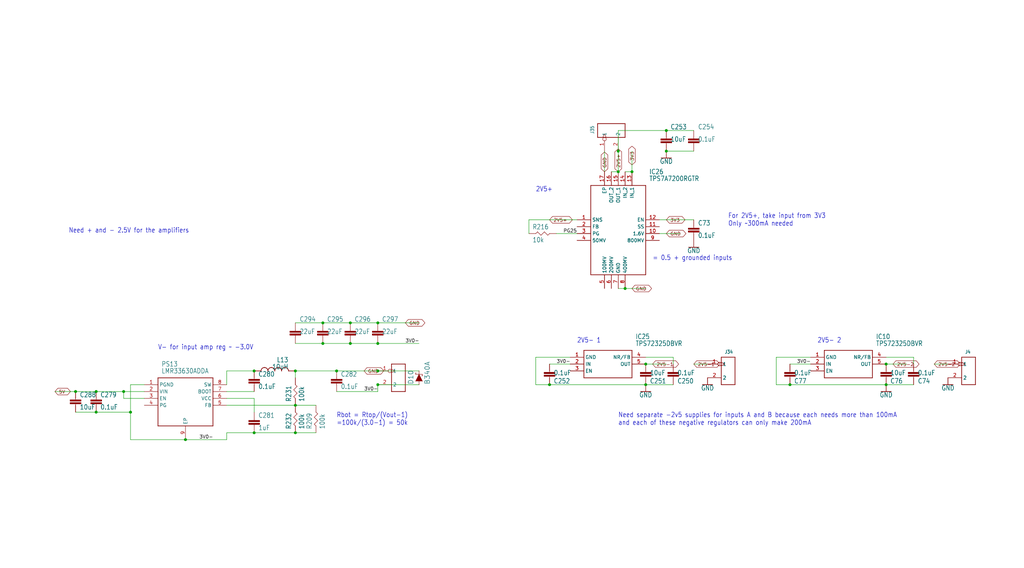
<source format=kicad_sch>
(kicad_sch (version 20250114) (generator "eeschema") (generator_version "9.0")
  (paper "User" 378.663 210.007)
  (lib_symbols
    (symbol "haasoscope_pro_adc_fpga_board-eagle-import:CAPACITOR_0402_N"
      (symbol "CAPACITOR_0402_N_1_0"
        (rectangle (start -2.032 -1.016) (end 2.032 -0.508) (fill (type outline)))
        (rectangle (start -2.032 -2.032) (end 2.032 -1.524) (fill (type outline)))
        (polyline (pts (xy 0 0) (xy 0 -0.508)) (stroke (width 0.1524)))
        (polyline (pts (xy 0 -2.54) (xy 0 -2.032)) (stroke (width 0.1524)))
        (pin passive line (at 0 2.54 270) (length 2.54) (name "1") (number "1"))
        (pin passive line (at 0 -5.08 90) (length 2.54) (name "2") (number "2"))
      )
    )
    (symbol "haasoscope_pro_adc_fpga_board-eagle-import:CAPACITOR_0805_N"
      (symbol "CAPACITOR_0805_N_1_0"
        (rectangle (start -2.032 -1.016) (end 2.032 -0.508) (fill (type outline)))
        (rectangle (start -2.032 -2.032) (end 2.032 -1.524) (fill (type outline)))
        (polyline (pts (xy 0 0) (xy 0 -0.508)) (stroke (width 0.1524)))
        (polyline (pts (xy 0 -2.54) (xy 0 -2.032)) (stroke (width 0.1524)))
        (pin passive line (at 0 2.54 270) (length 2.54) (name "1") (number "1"))
        (pin passive line (at 0 -5.08 90) (length 2.54) (name "2") (number "2"))
      )
    )
    (symbol "haasoscope_pro_adc_fpga_board-eagle-import:DIODE-SCHOTTKY-B340A"
      (property "Reference" "D" (at -2.54 2.032 0))
      (symbol "DIODE-SCHOTTKY-B340A_1_0"
        (polyline (pts (xy -2.54 0) (xy -1.27 0)) (stroke (width 0.1524)))
        (polyline (pts (xy -1.27 1.27) (xy 1.27 0) (xy -1.27 -1.27)) (stroke (width 0.1524)) (fill (type outline)))
        (polyline (pts (xy 0.762 -1.27) (xy 0.762 -1.016)) (stroke (width 0.1524)))
        (polyline (pts (xy 1.27 1.27) (xy 1.27 0)) (stroke (width 0.1524)))
        (polyline (pts (xy 1.27 1.27) (xy 1.778 1.27)) (stroke (width 0.1524)))
        (polyline (pts (xy 1.27 0) (xy 1.27 -1.27)) (stroke (width 0.1524)))
        (polyline (pts (xy 1.27 -1.27) (xy 0.762 -1.27)) (stroke (width 0.1524)))
        (polyline (pts (xy 1.778 1.27) (xy 1.778 1.016)) (stroke (width 0.1524)))
        (polyline (pts (xy 2.54 0) (xy 1.27 0)) (stroke (width 0.1524)))
        (pin passive line (at -2.54 0 0) (length 0) (name "A") (number "A"))
        (pin passive line (at 2.54 0 180) (length 0) (name "C") (number "C"))
      )
    )
    (symbol "haasoscope_pro_adc_fpga_board-eagle-import:DIP-BLACK-MALE-HEADER-VERT(2P-2.54)"
      (symbol "DIP-BLACK-MALE-HEADER-VERT(2P-2.54)_1_0"
        (polyline (pts (xy -2.54 5.08) (xy 2.54 5.08)) (stroke (width 0.254)))
        (polyline (pts (xy -2.54 -5.08) (xy -2.54 5.08)) (stroke (width 0.254)))
        (polyline (pts (xy 2.54 5.08) (xy 2.54 -5.08)) (stroke (width 0.254)))
        (polyline (pts (xy 2.54 -5.08) (xy -2.54 -5.08)) (stroke (width 0.254)))
        (pin bidirectional inverted_clock (at -7.62 2.54 0) (length 5.08) (name "1") (number "1"))
        (pin bidirectional line (at -7.62 -2.54 0) (length 5.08) (name "2") (number "2"))
      )
    )
    (symbol "haasoscope_pro_adc_fpga_board-eagle-import:INDUCTORPWR"
      (property "Reference" "L" (at 2.54 5.08 0))
      (symbol "INDUCTORPWR_1_0"
        (arc (start 1.27 3.81) (mid 0.898 2.912) (end 0 2.54) (stroke (width 0.254)))
        (arc (start 0 5.08) (mid 0.898 4.708) (end 1.27 3.81) (stroke (width 0.254)))
        (arc (start 1.27 1.27) (mid 0.898 0.372) (end 0 0) (stroke (width 0.254)))
        (arc (start 0 2.54) (mid 0.898 2.168) (end 1.27 1.27) (stroke (width 0.254)))
        (arc (start 1.27 -1.27) (mid 0.898 -2.168) (end 0 -2.54) (stroke (width 0.254)))
        (arc (start 0 0) (mid 0.898 -0.372) (end 1.27 -1.27) (stroke (width 0.254)))
        (arc (start 1.27 -3.81) (mid 0.898 -4.708) (end 0 -5.08) (stroke (width 0.254)))
        (arc (start 0 -2.54) (mid 0.898 -2.912) (end 1.27 -3.81) (stroke (width 0.254)))
        (pin passive line (at 0 7.62 270) (length 2.54) (name "1") (number "1"))
        (pin passive line (at 0 -7.62 90) (length 2.54) (name "2") (number "2"))
      )
    )
    (symbol "haasoscope_pro_adc_fpga_board-eagle-import:LMR33630ADDA"
      (property "Reference" "PS" (at 26.67 7.62 0))
      (symbol "LMR33630ADDA_1_0"
        (polyline (pts (xy 5.08 2.54) (xy 5.08 -15.24)) (stroke (width 0.254)))
        (polyline (pts (xy 5.08 2.54) (xy 25.4 2.54)) (stroke (width 0.254)))
        (polyline (pts (xy 25.4 -15.24) (xy 5.08 -15.24)) (stroke (width 0.254)))
        (polyline (pts (xy 25.4 -15.24) (xy 25.4 2.54)) (stroke (width 0.254)))
        (pin bidirectional line (at 0 0 0) (length 5.08) (name "PGND") (number "1"))
        (pin bidirectional line (at 0 -2.54 0) (length 5.08) (name "VIN") (number "2"))
        (pin bidirectional line (at 0 -5.08 0) (length 5.08) (name "EN") (number "3"))
        (pin bidirectional line (at 0 -7.62 0) (length 5.08) (name "PG") (number "4"))
        (pin bidirectional line (at 15.24 -20.32 90) (length 5.08) (name "EP") (number "9"))
        (pin bidirectional line (at 30.48 0 180) (length 5.08) (name "SW") (number "8"))
        (pin bidirectional line (at 30.48 -2.54 180) (length 5.08) (name "BOOT") (number "7"))
        (pin bidirectional line (at 30.48 -5.08 180) (length 5.08) (name "VCC") (number "6"))
        (pin bidirectional line (at 30.48 -7.62 180) (length 5.08) (name "FB") (number "5"))
      )
    )
    (symbol "haasoscope_pro_adc_fpga_board-eagle-import:RES-0402"
      (property "Reference" "R" (at -3.175 1.27 0))
      (symbol "RES-0402_1_0"
        (polyline (pts (xy -2.54 0) (xy -1.905 0.635)) (stroke (width 0.1524)))
        (polyline (pts (xy -1.905 0.635) (xy -0.635 -0.635)) (stroke (width 0.1524)))
        (polyline (pts (xy -0.635 -0.635) (xy 0.635 0.635)) (stroke (width 0.1524)))
        (polyline (pts (xy 0.635 0.635) (xy 1.905 -0.635)) (stroke (width 0.1524)))
        (polyline (pts (xy 1.905 -0.635) (xy 2.54 0)) (stroke (width 0.1524)))
        (pin bidirectional line (at -5.08 0 0) (length 2.54) (name "P$1") (number "P$1"))
        (pin bidirectional line (at 5.08 0 180) (length 2.54) (name "P$2") (number "P$2"))
      )
    )
    (symbol "haasoscope_pro_adc_fpga_board-eagle-import:SparkFun-PowerSymbols_GND" (power)
      (symbol "SparkFun-PowerSymbols_GND_1_0"
        (polyline (pts (xy -1.905 0) (xy 1.905 0)) (stroke (width 0.254)))
        (pin power_in line (at 0 2.54 270) (length 2.54) (name "GND") (number "1"))
      )
    )
    (symbol "haasoscope_pro_adc_fpga_board-eagle-import:TPS72325DBVR"
      (property "Reference" "IC" (at 24.13 7.62 0))
      (symbol "TPS72325DBVR_1_0"
        (polyline (pts (xy 5.08 2.54) (xy 5.08 -7.62)) (stroke (width 0.254)))
        (polyline (pts (xy 5.08 2.54) (xy 22.86 2.54)) (stroke (width 0.254)))
        (polyline (pts (xy 22.86 -7.62) (xy 5.08 -7.62)) (stroke (width 0.254)))
        (polyline (pts (xy 22.86 -7.62) (xy 22.86 2.54)) (stroke (width 0.254)))
        (pin bidirectional line (at 0 0 0) (length 5.08) (name "GND") (number "1"))
        (pin bidirectional line (at 0 -2.54 0) (length 5.08) (name "IN") (number "2"))
        (pin bidirectional line (at 0 -5.08 0) (length 5.08) (name "EN") (number "3"))
        (pin bidirectional line (at 27.94 0 180) (length 5.08) (name "NR/FB") (number "4"))
        (pin bidirectional line (at 27.94 -2.54 180) (length 5.08) (name "OUT") (number "5"))
      )
    )
    (symbol "haasoscope_pro_adc_fpga_board-eagle-import:TPS7A7200RGTR"
      (property "Reference" "IC" (at 26.67 17.78 0))
      (symbol "TPS7A7200RGTR_1_0"
        (polyline (pts (xy 5.08 12.7) (xy 5.08 -20.32)) (stroke (width 0.254)))
        (polyline (pts (xy 5.08 12.7) (xy 25.4 12.7)) (stroke (width 0.254)))
        (polyline (pts (xy 25.4 -20.32) (xy 5.08 -20.32)) (stroke (width 0.254)))
        (polyline (pts (xy 25.4 -20.32) (xy 25.4 12.7)) (stroke (width 0.254)))
        (pin bidirectional line (at 0 0 0) (length 5.08) (name "SNS") (number "1"))
        (pin bidirectional line (at 0 -2.54 0) (length 5.08) (name "FB") (number "2"))
        (pin bidirectional line (at 0 -5.08 0) (length 5.08) (name "PG") (number "3"))
        (pin bidirectional line (at 0 -7.62 0) (length 5.08) (name "50MV") (number "4"))
        (pin bidirectional line (at 10.16 17.78 270) (length 5.08) (name "EP") (number "17"))
        (pin bidirectional line (at 10.16 -25.4 90) (length 5.08) (name "100MV") (number "5"))
        (pin bidirectional line (at 12.7 17.78 270) (length 5.08) (name "OUT_2") (number "16"))
        (pin bidirectional line (at 12.7 -25.4 90) (length 5.08) (name "200MV") (number "6"))
        (pin bidirectional line (at 15.24 17.78 270) (length 5.08) (name "OUT_1") (number "15"))
        (pin bidirectional line (at 15.24 -25.4 90) (length 5.08) (name "GND") (number "7"))
        (pin bidirectional line (at 17.78 17.78 270) (length 5.08) (name "IN_2") (number "14"))
        (pin bidirectional line (at 17.78 -25.4 90) (length 5.08) (name "400MV") (number "8"))
        (pin bidirectional line (at 20.32 17.78 270) (length 5.08) (name "IN_1") (number "13"))
        (pin bidirectional line (at 30.48 0 180) (length 5.08) (name "EN") (number "12"))
        (pin bidirectional line (at 30.48 -2.54 180) (length 5.08) (name "SS") (number "11"))
        (pin bidirectional line (at 30.48 -5.08 180) (length 5.08) (name "1.6V") (number "10"))
        (pin bidirectional line (at 30.48 -7.62 180) (length 5.08) (name "800MV") (number "9"))
      )
    )
  )
  (text "V- for input amp reg ~ -3.0V" (at 58.42 129.54 0) (effects (font (size 1.778 1.5113)) (justify left bottom)))
  (text "2V5+" (at 198.12 71.12 0) (effects (font (size 1.778 1.5113)) (justify left bottom)))
  (text "2V5- 1" (at 213.36 127 0) (effects (font (size 1.778 1.5113)) (justify left bottom)))
  (text "2V5- 2" (at 302.26 127 0) (effects (font (size 1.778 1.5113)) (justify left bottom)))
  (text "For 2V5+, take input from 3V3\nOnly ~300mA needed" (at 269.24 83.82 0) (effects (font (size 1.778 1.5113)) (justify left bottom)))
  (text "= 0.5 + grounded inputs" (at 241.3 96.52 0) (effects (font (size 1.778 1.5113)) (justify left bottom)))
  (text "Need separate -2v5 supplies for inputs A and B because each needs more than 100mA\nand each of these negative regulators can only make 200mA" (at 228.6 157.48 0) (effects (font (size 1.778 1.5113)) (justify left bottom)))
  (text "Rbot = Rtop/(Vout-1)\n=100k/(3.0-1) = 50k" (at 124.46 157.48 0) (effects (font (size 1.778 1.5113)) (justify left bottom)))
  (text "Need + and - 2.5V for the amplifiers" (at 25.4 86.36 0) (effects (font (size 1.778 1.5113)) (justify left bottom)))
  (junction (at 93.98 160.02))
  (junction (at 109.22 137.16))
  (junction (at 35.56 152.4))
  (junction (at 119.38 119.38))
  (junction (at 109.22 160.02))
  (junction (at 139.7 127))
  (junction (at 68.58 162.56))
  (junction (at 203.2 142.24))
  (junction (at 48.26 152.4))
  (junction (at 231.14 106.68))
  (junction (at 246.38 48.26))
  (junction (at 228.6 55.88))
  (junction (at 139.7 137.16))
  (junction (at 109.22 149.86))
  (junction (at 246.38 55.88))
  (junction (at 129.54 119.38))
  (junction (at 292.1 142.24))
  (junction (at 129.54 127))
  (junction (at 238.76 134.62))
  (junction (at 139.7 142.24))
  (junction (at 119.38 127))
  (junction (at 93.98 137.16))
  (junction (at 327.66 142.24))
  (junction (at 27.94 144.78))
  (junction (at 124.46 137.16))
  (junction (at 233.68 63.5))
  (junction (at 327.66 134.62))
  (junction (at 45.72 144.78))
  (junction (at 35.56 144.78))
  (junction (at 139.7 119.38))
  (junction (at 238.76 142.24))
  (junction (at 228.6 63.5))
  (wire (pts (xy 228.6 63.5) (xy 226.06 63.5)) (stroke (width 0.1524)))
  (wire (pts (xy 337.82 142.24) (xy 327.66 142.24)) (stroke (width 0.1524)))
  (wire (pts (xy 83.82 137.16) (xy 83.82 142.24)) (stroke (width 0.1524)))
  (wire (pts (xy 53.34 142.24) (xy 48.26 142.24)) (stroke (width 0.1524)))
  (wire (pts (xy 119.38 119.38) (xy 129.54 119.38)) (stroke (width 0.1524)))
  (wire (pts (xy 210.82 132.08) (xy 198.12 132.08)) (stroke (width 0.1524)))
  (wire (pts (xy 124.46 137.16) (xy 139.7 137.16)) (stroke (width 0.1524)))
  (wire (pts (xy 223.52 63.5) (xy 223.52 55.88)) (stroke (width 0.1524)))
  (wire (pts (xy 27.94 152.4) (xy 35.56 152.4)) (stroke (width 0.1524)))
  (wire (pts (xy 299.72 134.62) (xy 292.1 134.62)) (stroke (width 0.1524)))
  (wire (pts (xy 45.72 147.32) (xy 53.34 147.32)) (stroke (width 0.1524)))
  (wire (pts (xy 213.36 86.36) (xy 205.74 86.36)) (stroke (width 0.1524)))
  (wire (pts (xy 248.92 132.08) (xy 248.92 134.62)) (stroke (width 0.1524)))
  (wire (pts (xy 116.84 160.02) (xy 109.22 160.02)) (stroke (width 0.1524)))
  (wire (pts (xy 139.7 119.38) (xy 154.94 119.38)) (stroke (width 0.1524)))
  (wire (pts (xy 93.98 160.02) (xy 109.22 160.02)) (stroke (width 0.1524)))
  (wire (pts (xy 246.38 48.26) (xy 256.54 48.26)) (stroke (width 0.1524)))
  (wire (pts (xy 129.54 119.38) (xy 139.7 119.38)) (stroke (width 0.1524)))
  (wire (pts (xy 139.7 137.16) (xy 154.94 137.16)) (stroke (width 0.1524)))
  (wire (pts (xy 45.72 144.78) (xy 53.34 144.78)) (stroke (width 0.1524)))
  (wire (pts (xy 246.38 55.88) (xy 256.54 55.88)) (stroke (width 0.1524)))
  (wire (pts (xy 109.22 127) (xy 119.38 127)) (stroke (width 0.1524)))
  (wire (pts (xy 116.84 149.86) (xy 109.22 149.86)) (stroke (width 0.1524)))
  (wire (pts (xy 228.6 63.5) (xy 228.6 55.88)) (stroke (width 0.1524)))
  (wire (pts (xy 292.1 142.24) (xy 287.02 142.24)) (stroke (width 0.1524)))
  (wire (pts (xy 119.38 127) (xy 129.54 127)) (stroke (width 0.1524)))
  (wire (pts (xy 198.12 142.24) (xy 198.12 132.08)) (stroke (width 0.1524)))
  (wire (pts (xy 93.98 137.16) (xy 83.82 137.16)) (stroke (width 0.1524)))
  (wire (pts (xy 83.82 162.56) (xy 83.82 160.02)) (stroke (width 0.1524)))
  (wire (pts (xy 93.98 144.78) (xy 83.82 144.78)) (stroke (width 0.1524)))
  (wire (pts (xy 109.22 137.16) (xy 124.46 137.16)) (stroke (width 0.1524)))
  (wire (pts (xy 327.66 142.24) (xy 292.1 142.24)) (stroke (width 0.1524)))
  (wire (pts (xy 238.76 142.24) (xy 203.2 142.24)) (stroke (width 0.1524)))
  (wire (pts (xy 195.58 81.28) (xy 195.58 86.36)) (stroke (width 0.1524)))
  (wire (pts (xy 233.68 63.5) (xy 233.68 55.88)) (stroke (width 0.1524)))
  (wire (pts (xy 231.14 63.5) (xy 233.68 63.5)) (stroke (width 0.1524)))
  (wire (pts (xy 337.82 132.08) (xy 337.82 134.62)) (stroke (width 0.1524)))
  (wire (pts (xy 350.52 134.62) (xy 345.44 134.62)) (stroke (width 0.1524)))
  (wire (pts (xy 109.22 119.38) (xy 119.38 119.38)) (stroke (width 0.1524)))
  (wire (pts (xy 83.82 160.02) (xy 93.98 160.02)) (stroke (width 0.1524)))
  (wire (pts (xy 231.14 106.68) (xy 238.76 106.68)) (stroke (width 0.1524)))
  (wire (pts (xy 299.72 132.08) (xy 287.02 132.08)) (stroke (width 0.1524)))
  (wire (pts (xy 228.6 48.26) (xy 246.38 48.26)) (stroke (width 0.1524)))
  (wire (pts (xy 139.7 142.24) (xy 154.94 142.24)) (stroke (width 0.1524)))
  (wire (pts (xy 129.54 127) (xy 139.7 127)) (stroke (width 0.1524)))
  (wire (pts (xy 248.92 142.24) (xy 238.76 142.24)) (stroke (width 0.1524)))
  (wire (pts (xy 228.6 106.68) (xy 231.14 106.68)) (stroke (width 0.1524)))
  (wire (pts (xy 139.7 142.24) (xy 139.7 144.78)) (stroke (width 0.1524)))
  (wire (pts (xy 45.72 144.78) (xy 45.72 147.32)) (stroke (width 0.1524)))
  (wire (pts (xy 109.22 137.16) (xy 109.22 139.7)) (stroke (width 0.1524)))
  (wire (pts (xy 238.76 134.62) (xy 246.38 134.62)) (stroke (width 0.1524)))
  (wire (pts (xy 243.84 86.36) (xy 251.46 86.36)) (stroke (width 0.1524)))
  (wire (pts (xy 20.32 144.78) (xy 27.94 144.78)) (stroke (width 0.1524)))
  (wire (pts (xy 93.98 147.32) (xy 93.98 152.4)) (stroke (width 0.1524)))
  (wire (pts (xy 213.36 81.28) (xy 195.58 81.28)) (stroke (width 0.1524)))
  (wire (pts (xy 35.56 144.78) (xy 45.72 144.78)) (stroke (width 0.1524)))
  (wire (pts (xy 48.26 152.4) (xy 48.26 162.56)) (stroke (width 0.1524)))
  (wire (pts (xy 261.62 134.62) (xy 256.54 134.62)) (stroke (width 0.1524)))
  (wire (pts (xy 203.2 142.24) (xy 198.12 142.24)) (stroke (width 0.1524)))
  (wire (pts (xy 327.66 134.62) (xy 335.28 134.62)) (stroke (width 0.1524)))
  (wire (pts (xy 228.6 55.88) (xy 228.6 48.26)) (stroke (width 0.1524)))
  (wire (pts (xy 287.02 142.24) (xy 287.02 132.08)) (stroke (width 0.1524)))
  (wire (pts (xy 139.7 144.78) (xy 124.46 144.78)) (stroke (width 0.1524)))
  (wire (pts (xy 48.26 142.24) (xy 48.26 152.4)) (stroke (width 0.1524)))
  (wire (pts (xy 68.58 162.56) (xy 83.82 162.56)) (stroke (width 0.1524)))
  (wire (pts (xy 48.26 162.56) (xy 68.58 162.56)) (stroke (width 0.1524)))
  (wire (pts (xy 83.82 149.86) (xy 109.22 149.86)) (stroke (width 0.1524)))
  (wire (pts (xy 48.26 152.4) (xy 35.56 152.4)) (stroke (width 0.1524)))
  (wire (pts (xy 243.84 81.28) (xy 256.54 81.28)) (stroke (width 0.1524)))
  (wire (pts (xy 238.76 132.08) (xy 248.92 132.08)) (stroke (width 0.1524)))
  (wire (pts (xy 210.82 134.62) (xy 203.2 134.62)) (stroke (width 0.1524)))
  (wire (pts (xy 139.7 127) (xy 154.94 127)) (stroke (width 0.1524)))
  (wire (pts (xy 83.82 147.32) (xy 93.98 147.32)) (stroke (width 0.1524)))
  (wire (pts (xy 327.66 132.08) (xy 337.82 132.08)) (stroke (width 0.1524)))
  (wire (pts (xy 35.56 144.78) (xy 27.94 144.78)) (stroke (width 0.1524)))
  (label "3V0-" (at 73.66 162.56 0) (effects (font (size 1.2446 1.2446))))
  (label "3V0-" (at 134.62 144.78 0) (effects (font (size 1.2446 1.2446))))
  (label "3V0-" (at 149.86 127 0) (effects (font (size 1.2446 1.2446))))
  (label "3V0-" (at 294.64 134.62 0) (effects (font (size 1.2446 1.2446))))
  (label "3V0-" (at 205.74 134.62 0) (effects (font (size 1.2446 1.2446))))
  (label "PG25" (at 208.28 86.36 0) (effects (font (size 1.2446 1.2446))))
  (global_label "GND" (shape bidirectional) (at 149.86 119.38 0) (effects (font (size 1.2446 1.2446))) (property "Intersheetrefs" "${INTERSHEET_REFS}" (effects (hide yes))))
  (global_label "2V5-1" (shape bidirectional) (at 256.54 134.62 0) (effects (font (size 1.2446 1.2446))) (property "Intersheetrefs" "${INTERSHEET_REFS}" (effects (hide yes))))
  (global_label "3V3" (shape bidirectional) (at 246.38 81.28 0) (effects (font (size 1.2446 1.2446))) (property "Intersheetrefs" "${INTERSHEET_REFS}" (effects (hide yes))))
  (global_label "GND" (shape bidirectional) (at 223.52 63.5 90) (effects (font (size 1.2446 1.2446))) (property "Intersheetrefs" "${INTERSHEET_REFS}" (effects (hide yes))))
  (global_label "2V5-2" (shape bidirectional) (at 345.44 134.62 0) (effects (font (size 1.2446 1.2446))) (property "Intersheetrefs" "${INTERSHEET_REFS}" (effects (hide yes))))
  (global_label "GND" (shape bidirectional) (at 233.68 106.68 0) (effects (font (size 1.2446 1.2446))) (property "Intersheetrefs" "${INTERSHEET_REFS}" (effects (hide yes))))
  (global_label "GND" (shape bidirectional) (at 134.62 137.16 0) (effects (font (size 1.2446 1.2446))) (property "Intersheetrefs" "${INTERSHEET_REFS}" (effects (hide yes))))
  (global_label "2V5-1" (shape bidirectional) (at 241.3 134.62 0) (effects (font (size 1.2446 1.2446))) (property "Intersheetrefs" "${INTERSHEET_REFS}" (effects (hide yes))))
  (global_label "2V5+" (shape bidirectional) (at 228.6 63.5 90) (effects (font (size 1.2446 1.2446))) (property "Intersheetrefs" "${INTERSHEET_REFS}" (effects (hide yes))))
  (global_label "5V" (shape bidirectional) (at 20.32 144.78 0) (effects (font (size 1.2446 1.2446))) (property "Intersheetrefs" "${INTERSHEET_REFS}" (effects (hide yes))))
  (global_label "2V5+" (shape bidirectional) (at 203.2 81.28 0) (effects (font (size 1.2446 1.2446))) (property "Intersheetrefs" "${INTERSHEET_REFS}" (effects (hide yes))))
  (global_label "GND" (shape bidirectional) (at 246.38 86.36 0) (effects (font (size 1.2446 1.2446))) (property "Intersheetrefs" "${INTERSHEET_REFS}" (effects (hide yes))))
  (global_label "2V5-2" (shape bidirectional) (at 330.2 134.62 0) (effects (font (size 1.2446 1.2446))) (property "Intersheetrefs" "${INTERSHEET_REFS}" (effects (hide yes))))
  (global_label "3V3" (shape bidirectional) (at 233.68 60.96 90) (effects (font (size 1.2446 1.2446))) (property "Intersheetrefs" "${INTERSHEET_REFS}" (effects (hide yes))))
  (symbol (lib_id "haasoscope_pro_adc_fpga_board-eagle-import:TPS7A7200RGTR") (at 213.36 81.28 0) (unit 1)
    (property "Reference" "IC26" (at 240.03 63.5 0) (effects (font (size 1.778 1.5113)) (justify left)))
    (property "Value" "TPS7A7200RGTR" (at 240.03 66.04 0) (effects (font (size 1.778 1.5113)) (justify left)))
    (property "Footprint" "haasoscope_pro_adc_fpga_board:QFN50P300X300X100-17N" (effects (hide yes)))
  )
  (symbol (lib_id "haasoscope_pro_adc_fpga_board-eagle-import:DIP-BLACK-MALE-HEADER-VERT(2P-2.54)") (at 147.32 139.7 0) (unit 1)
    (property "Reference" "J44" (effects (hide yes)))
    (property "Value" "2p-2.54" (effects (hide yes)))
    (property "Footprint" "haasoscope_pro_adc_fpga_board:H2-2.54" (effects (hide yes)))
  )
  (symbol (lib_id "haasoscope_pro_adc_fpga_board-eagle-import:CAPACITOR_0402_N") (at 203.2 137.16 0) (unit 1)
    (property "Reference" "C252" (at 204.724 141.859 0) (effects (font (size 1.778 1.5113)) (justify left bottom)))
    (property "Value" "0.1uF" (at 204.724 138.811 0) (effects (font (size 1.778 1.5113)) (justify left bottom)))
    (property "Footprint" "haasoscope_pro_adc_fpga_board:RESC0402_N" (effects (hide yes)))
  )
  (symbol (lib_id "haasoscope_pro_adc_fpga_board-eagle-import:CAPACITOR_0805_N") (at 139.7 121.92 0) (unit 1)
    (property "Reference" "C297" (at 141.224 118.999 0) (effects (font (size 1.778 1.5113)) (justify left bottom)))
    (property "Value" "22uF" (at 141.224 123.571 0) (effects (font (size 1.778 1.5113)) (justify left bottom)))
    (property "Footprint" "haasoscope_pro_adc_fpga_board:RESC0805_N" (effects (hide yes)))
  )
  (symbol (lib_id "haasoscope_pro_adc_fpga_board-eagle-import:RES-0402") (at 109.22 144.78 90) (unit 1)
    (property "Reference" "R231" (at 107.7214 148.59 0) (effects (font (size 1.778 1.5113)) (justify left bottom)))
    (property "Value" "100k" (at 112.522 148.59 0) (effects (font (size 1.778 1.5113)) (justify left bottom)))
    (property "Footprint" "haasoscope_pro_adc_fpga_board:RES-0402" (effects (hide yes)))
  )
  (symbol (lib_id "haasoscope_pro_adc_fpga_board-eagle-import:CAPACITOR_0805_N") (at 27.94 147.32 0) (unit 1)
    (property "Reference" "C288" (at 29.464 146.939 0) (effects (font (size 1.778 1.5113)) (justify left bottom)))
    (property "Value" "10uF" (at 29.464 151.511 0) (effects (font (size 1.778 1.5113)) (justify left bottom)))
    (property "Footprint" "haasoscope_pro_adc_fpga_board:RESC0805_N" (effects (hide yes)))
  )
  (symbol (lib_id "haasoscope_pro_adc_fpga_board-eagle-import:SparkFun-PowerSymbols_GND") (at 327.66 144.78 0) (unit 1)
    (property "Reference" "#GND058" (effects (hide yes)))
    (property "Value" "GND" (at 327.66 145.034 0) (effects (font (size 1.778 1.5113)) (justify top)))
  )
  (symbol (lib_id "haasoscope_pro_adc_fpga_board-eagle-import:CAPACITOR_0402_N") (at 93.98 154.94 0) (unit 1)
    (property "Reference" "C281" (at 95.504 154.559 0) (effects (font (size 1.778 1.5113)) (justify left bottom)))
    (property "Value" "1uF" (at 95.504 159.131 0) (effects (font (size 1.778 1.5113)) (justify left bottom)))
    (property "Footprint" "haasoscope_pro_adc_fpga_board:RESC0402_N" (effects (hide yes)))
  )
  (symbol (lib_id "haasoscope_pro_adc_fpga_board-eagle-import:CAPACITOR_0805_N") (at 238.76 137.16 0) (unit 1)
    (property "Reference" "C251" (at 240.284 141.859 0) (effects (font (size 1.778 1.5113)) (justify left bottom)))
    (property "Value" "10uF" (at 240.284 138.811 0) (effects (font (size 1.778 1.5113)) (justify left bottom)))
    (property "Footprint" "haasoscope_pro_adc_fpga_board:RESC0805_N" (effects (hide yes)))
  )
  (symbol (lib_id "haasoscope_pro_adc_fpga_board-eagle-import:TPS72325DBVR") (at 299.72 132.08 0) (unit 1)
    (property "Reference" "IC10" (at 323.85 124.46 0) (effects (font (size 1.778 1.5113)) (justify left)))
    (property "Value" "TPS72325DBVR" (at 323.85 127 0) (effects (font (size 1.778 1.5113)) (justify left)))
    (property "Footprint" "haasoscope_pro_adc_fpga_board:SOT95P280X145-5N" (effects (hide yes)))
  )
  (symbol (lib_id "haasoscope_pro_adc_fpga_board-eagle-import:LMR33630ADDA") (at 53.34 142.24 0) (unit 1)
    (property "Reference" "PS13" (at 59.69 134.62 0) (effects (font (size 1.778 1.5113)) (justify left)))
    (property "Value" "LMR33630ADDA" (at 59.69 137.16 0) (effects (font (size 1.778 1.5113)) (justify left)))
    (property "Footprint" "haasoscope_pro_adc_fpga_board:SOIC127P600X170-9N" (effects (hide yes)))
    (property "LCSC" "C841384" (effects (hide yes)))
  )
  (symbol (lib_id "haasoscope_pro_adc_fpga_board-eagle-import:SparkFun-PowerSymbols_GND") (at 238.76 144.78 0) (unit 1)
    (property "Reference" "#GND0212" (effects (hide yes)))
    (property "Value" "GND" (at 238.76 145.034 0) (effects (font (size 1.778 1.5113)) (justify top)))
  )
  (symbol (lib_id "haasoscope_pro_adc_fpga_board-eagle-import:CAPACITOR_0402_N") (at 35.56 147.32 0) (unit 1)
    (property "Reference" "C279" (at 37.084 146.939 0) (effects (font (size 1.778 1.5113)) (justify left bottom)))
    (property "Value" "0.1uF" (at 37.084 151.511 0) (effects (font (size 1.778 1.5113)) (justify left bottom)))
    (property "Footprint" "haasoscope_pro_adc_fpga_board:RESC0402_N" (effects (hide yes)))
  )
  (symbol (lib_id "haasoscope_pro_adc_fpga_board-eagle-import:CAPACITOR_0402_N") (at 337.82 137.16 0) (unit 1)
    (property "Reference" "C74" (at 339.344 141.859 0) (effects (font (size 1.778 1.5113)) (justify left bottom)))
    (property "Value" "0.1uF" (at 339.344 138.811 0) (effects (font (size 1.778 1.5113)) (justify left bottom)))
    (property "Footprint" "haasoscope_pro_adc_fpga_board:RESC0402_N" (effects (hide yes)))
  )
  (symbol (lib_id "haasoscope_pro_adc_fpga_board-eagle-import:CAPACITOR_0402_N") (at 292.1 137.16 0) (unit 1)
    (property "Reference" "C77" (at 293.624 141.859 0) (effects (font (size 1.778 1.5113)) (justify left bottom)))
    (property "Value" "0.1uF" (at 293.624 138.811 0) (effects (font (size 1.778 1.5113)) (justify left bottom)))
    (property "Footprint" "haasoscope_pro_adc_fpga_board:RESC0402_N" (effects (hide yes)))
  )
  (symbol (lib_id "haasoscope_pro_adc_fpga_board-eagle-import:CAPACITOR_0402_N") (at 256.54 83.82 0) (unit 1)
    (property "Reference" "C73" (at 258.064 83.439 0) (effects (font (size 1.778 1.5113)) (justify left bottom)))
    (property "Value" "0.1uF" (at 258.064 88.011 0) (effects (font (size 1.778 1.5113)) (justify left bottom)))
    (property "Footprint" "haasoscope_pro_adc_fpga_board:RESC0402_N" (effects (hide yes)))
  )
  (symbol (lib_id "haasoscope_pro_adc_fpga_board-eagle-import:CAPACITOR_0402_N") (at 248.92 137.16 0) (unit 1)
    (property "Reference" "C250" (at 250.444 141.859 0) (effects (font (size 1.778 1.5113)) (justify left bottom)))
    (property "Value" "0.1uF" (at 250.444 138.811 0) (effects (font (size 1.778 1.5113)) (justify left bottom)))
    (property "Footprint" "haasoscope_pro_adc_fpga_board:RESC0402_N" (effects (hide yes)))
  )
  (symbol (lib_id "haasoscope_pro_adc_fpga_board-eagle-import:CAPACITOR_0402_N") (at 93.98 139.7 0) (unit 1)
    (property "Reference" "C280" (at 95.504 139.319 0) (effects (font (size 1.778 1.5113)) (justify left bottom)))
    (property "Value" "0.1uF" (at 95.504 143.891 0) (effects (font (size 1.778 1.5113)) (justify left bottom)))
    (property "Footprint" "haasoscope_pro_adc_fpga_board:RESC0402_N" (effects (hide yes)))
  )
  (symbol (lib_id "haasoscope_pro_adc_fpga_board-eagle-import:DIP-BLACK-MALE-HEADER-VERT(2P-2.54)") (at 269.24 137.16 0) (unit 1)
    (property "Reference" "J34" (at 267.97 130.81 0) (effects (font (size 1.27 1.0795)) (justify left bottom)))
    (property "Value" "2p-2.54" (effects (hide yes)))
    (property "Footprint" "haasoscope_pro_adc_fpga_board:H2-2.54" (effects (hide yes)))
  )
  (symbol (lib_id "haasoscope_pro_adc_fpga_board-eagle-import:CAPACITOR_0402_N") (at 124.46 139.7 0) (unit 1)
    (property "Reference" "C282" (at 125.984 139.319 0) (effects (font (size 1.778 1.5113)) (justify left bottom)))
    (property "Value" "0.1uF" (at 125.984 143.891 0) (effects (font (size 1.778 1.5113)) (justify left bottom)))
    (property "Footprint" "haasoscope_pro_adc_fpga_board:RESC0402_N" (effects (hide yes)))
  )
  (symbol (lib_id "haasoscope_pro_adc_fpga_board-eagle-import:DIP-BLACK-MALE-HEADER-VERT(2P-2.54)") (at 358.14 137.16 0) (unit 1)
    (property "Reference" "J4" (at 356.87 130.81 0) (effects (font (size 1.27 1.0795)) (justify left bottom)))
    (property "Value" "2p-2.54" (effects (hide yes)))
    (property "Footprint" "haasoscope_pro_adc_fpga_board:H2-2.54" (effects (hide yes)))
  )
  (symbol (lib_id "haasoscope_pro_adc_fpga_board-eagle-import:RES-0402") (at 109.22 154.94 90) (unit 1)
    (property "Reference" "R232" (at 107.7214 158.75 0) (effects (font (size 1.778 1.5113)) (justify left bottom)))
    (property "Value" "100k" (at 112.522 158.75 0) (effects (font (size 1.778 1.5113)) (justify left bottom)))
    (property "Footprint" "haasoscope_pro_adc_fpga_board:RES-0402" (effects (hide yes)))
  )
  (symbol (lib_id "haasoscope_pro_adc_fpga_board-eagle-import:CAPACITOR_0805_N") (at 327.66 137.16 0) (unit 1)
    (property "Reference" "C76" (at 329.184 141.859 0) (effects (font (size 1.778 1.5113)) (justify left bottom)))
    (property "Value" "10uF" (at 329.184 138.811 0) (effects (font (size 1.778 1.5113)) (justify left bottom)))
    (property "Footprint" "haasoscope_pro_adc_fpga_board:RESC0805_N" (effects (hide yes)))
  )
  (symbol (lib_id "haasoscope_pro_adc_fpga_board-eagle-import:DIP-BLACK-MALE-HEADER-VERT(2P-2.54)") (at 226.06 48.26 90) (unit 1)
    (property "Reference" "J35" (at 219.71 49.53 0) (effects (font (size 1.27 1.0795)) (justify left bottom)))
    (property "Value" "2p-2.54" (effects (hide yes)))
    (property "Footprint" "haasoscope_pro_adc_fpga_board:H2-2.54" (effects (hide yes)))
  )
  (symbol (lib_id "haasoscope_pro_adc_fpga_board-eagle-import:INDUCTORPWR") (at 101.6 137.16 90) (unit 1)
    (property "Reference" "L13" (at 106.68 132.08 90) (effects (font (size 1.778 1.5113)) (justify left bottom)))
    (property "Value" "10uH" (at 106.68 134.62 90) (effects (font (size 1.778 1.5113)) (justify left bottom)))
    (property "Footprint" "haasoscope_pro_adc_fpga_board:CDRH125" (effects (hide yes)))
    (property "LCSC" "C339970" (effects (hide yes)))
  )
  (symbol (lib_id "haasoscope_pro_adc_fpga_board-eagle-import:CAPACITOR_0805_N") (at 129.54 121.92 0) (unit 1)
    (property "Reference" "C296" (at 131.064 118.999 0) (effects (font (size 1.778 1.5113)) (justify left bottom)))
    (property "Value" "22uF" (at 131.064 123.571 0) (effects (font (size 1.778 1.5113)) (justify left bottom)))
    (property "Footprint" "haasoscope_pro_adc_fpga_board:RESC0805_N" (effects (hide yes)))
  )
  (symbol (lib_id "haasoscope_pro_adc_fpga_board-eagle-import:DIODE-SCHOTTKY-B340A") (at 154.94 139.7 90) (unit 1)
    (property "Reference" "D10" (at 152.908 142.24 0) (effects (font (size 1.778 1.778)) (justify left bottom)))
    (property "Value" "B340A" (at 156.972 142.24 0) (effects (font (size 1.778 1.778)) (justify left top)))
    (property "Footprint" "haasoscope_pro_adc_fpga_board:SMA-DIODE" (effects (hide yes)))
    (property "LCSC" "C64982" (effects (hide yes)))
  )
  (symbol (lib_id "haasoscope_pro_adc_fpga_board-eagle-import:SparkFun-PowerSymbols_GND") (at 350.52 142.24 0) (unit 1)
    (property "Reference" "#GND059" (effects (hide yes)))
    (property "Value" "GND" (at 350.52 142.494 0) (effects (font (size 1.778 1.5113)) (justify top)))
  )
  (symbol (lib_id "haasoscope_pro_adc_fpga_board-eagle-import:SparkFun-PowerSymbols_GND") (at 261.62 142.24 0) (unit 1)
    (property "Reference" "#GND0213" (effects (hide yes)))
    (property "Value" "GND" (at 261.62 142.494 0) (effects (font (size 1.778 1.5113)) (justify top)))
  )
  (symbol (lib_id "haasoscope_pro_adc_fpga_board-eagle-import:CAPACITOR_0805_N") (at 109.22 121.92 0) (unit 1)
    (property "Reference" "C294" (at 110.744 118.999 0) (effects (font (size 1.778 1.5113)) (justify left bottom)))
    (property "Value" "22uF" (at 110.744 123.571 0) (effects (font (size 1.778 1.5113)) (justify left bottom)))
    (property "Footprint" "haasoscope_pro_adc_fpga_board:RESC0805_N" (effects (hide yes)))
  )
  (symbol (lib_id "haasoscope_pro_adc_fpga_board-eagle-import:CAPACITOR_0805_N") (at 119.38 121.92 0) (unit 1)
    (property "Reference" "C295" (at 120.904 118.999 0) (effects (font (size 1.778 1.5113)) (justify left bottom)))
    (property "Value" "22uF" (at 120.904 123.571 0) (effects (font (size 1.778 1.5113)) (justify left bottom)))
    (property "Footprint" "haasoscope_pro_adc_fpga_board:RESC0805_N" (effects (hide yes)))
  )
  (symbol (lib_id "haasoscope_pro_adc_fpga_board-eagle-import:CAPACITOR_0402_N") (at 256.54 50.8 0) (unit 1)
    (property "Reference" "C254" (at 258.064 47.879 0) (effects (font (size 1.778 1.5113)) (justify left bottom)))
    (property "Value" "0.1uF" (at 258.064 52.451 0) (effects (font (size 1.778 1.5113)) (justify left bottom)))
    (property "Footprint" "haasoscope_pro_adc_fpga_board:RESC0402_N" (effects (hide yes)))
  )
  (symbol (lib_id "haasoscope_pro_adc_fpga_board-eagle-import:TPS72325DBVR") (at 210.82 132.08 0) (unit 1)
    (property "Reference" "IC25" (at 234.95 124.46 0) (effects (font (size 1.778 1.5113)) (justify left)))
    (property "Value" "TPS72325DBVR" (at 234.95 127 0) (effects (font (size 1.778 1.5113)) (justify left)))
    (property "Footprint" "haasoscope_pro_adc_fpga_board:SOT95P280X145-5N" (effects (hide yes)))
  )
  (symbol (lib_id "haasoscope_pro_adc_fpga_board-eagle-import:RES-0402") (at 116.84 154.94 90) (unit 1)
    (property "Reference" "R209" (at 115.3414 158.75 0) (effects (font (size 1.778 1.5113)) (justify left bottom)))
    (property "Value" "100k" (at 120.142 158.75 0) (effects (font (size 1.778 1.5113)) (justify left bottom)))
    (property "Footprint" "haasoscope_pro_adc_fpga_board:RES-0402" (effects (hide yes)))
  )
  (symbol (lib_id "haasoscope_pro_adc_fpga_board-eagle-import:CAPACITOR_0805_N") (at 246.38 50.8 0) (unit 1)
    (property "Reference" "C253" (at 247.904 47.879 0) (effects (font (size 1.778 1.5113)) (justify left bottom)))
    (property "Value" "10uF" (at 247.904 52.451 0) (effects (font (size 1.778 1.5113)) (justify left bottom)))
    (property "Footprint" "haasoscope_pro_adc_fpga_board:RESC0805_N" (effects (hide yes)))
  )
  (symbol (lib_id "haasoscope_pro_adc_fpga_board-eagle-import:SparkFun-PowerSymbols_GND") (at 246.38 58.42 0) (unit 1)
    (property "Reference" "#GND0214" (effects (hide yes)))
    (property "Value" "GND" (at 246.38 58.674 0) (effects (font (size 1.778 1.5113)) (justify top)))
  )
  (symbol (lib_id "haasoscope_pro_adc_fpga_board-eagle-import:RES-0402") (at 200.66 86.36 0) (unit 1)
    (property "Reference" "R216" (at 196.85 84.8614 0) (effects (font (size 1.778 1.5113)) (justify left bottom)))
    (property "Value" "10k" (at 196.85 89.662 0) (effects (font (size 1.778 1.5113)) (justify left bottom)))
    (property "Footprint" "haasoscope_pro_adc_fpga_board:RES-0402" (effects (hide yes)))
  )
  (symbol (lib_id "haasoscope_pro_adc_fpga_board-eagle-import:SparkFun-PowerSymbols_GND") (at 256.54 91.44 0) (unit 1)
    (property "Reference" "#GND060" (effects (hide yes)))
    (property "Value" "GND" (at 256.54 91.694 0) (effects (font (size 1.778 1.5113)) (justify top)))
  )
)
</source>
